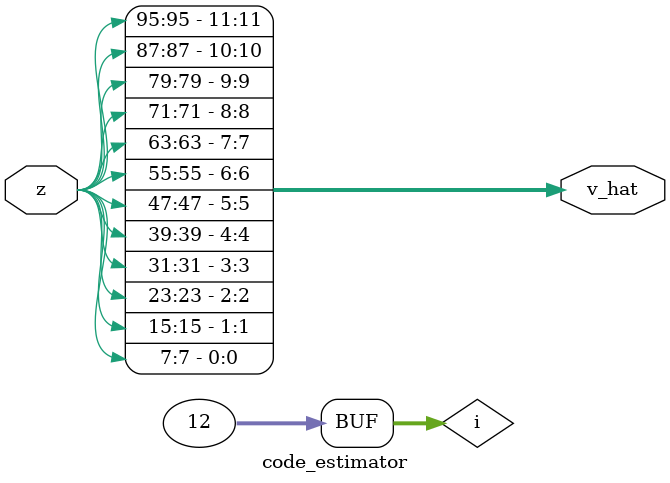
<source format=v>

module code_estimator #(
   parameter BPS = 12,
   parameter Z_IBITS = 4,
   parameter Z_FBITS = 4,
   parameter Z_NBITS = Z_IBITS + Z_FBITS
)(
   input wire [(BPS*Z_NBITS)-1:0] z,
   output reg [BPS-1:0] v_hat
);

   integer i;

   always @(*) begin

      // If the value of z is greater than zero, the corresponding v_hat value
      // is 0; if the value of z is less than zero, the corresponding v_hat
      // value is 1. Therefore, the value of v_hat is simply the sign bit
      // of the corresponding z value.

      for (i = 0; i < BPS; i = i+1) begin
         v_hat[i] = z[(Z_NBITS * (i+1)) - 1];
      end

   end

endmodule

</source>
